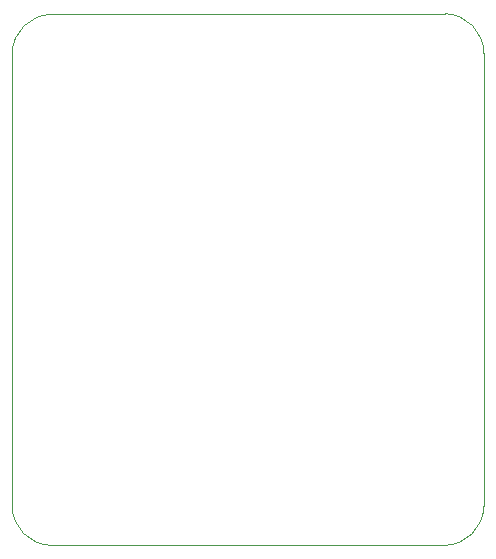
<source format=gm1>
G04 #@! TF.GenerationSoftware,KiCad,Pcbnew,(6.0.9)*
G04 #@! TF.CreationDate,2023-01-15T18:07:45+00:00*
G04 #@! TF.ProjectId,CanBus-Radio-VAG,43616e42-7573-42d5-9261-64696f2d5641,1.0*
G04 #@! TF.SameCoordinates,Original*
G04 #@! TF.FileFunction,Profile,NP*
%FSLAX46Y46*%
G04 Gerber Fmt 4.6, Leading zero omitted, Abs format (unit mm)*
G04 Created by KiCad (PCBNEW (6.0.9)) date 2023-01-15 18:07:45*
%MOMM*%
%LPD*%
G01*
G04 APERTURE LIST*
G04 #@! TA.AperFunction,Profile*
%ADD10C,0.050000*%
G04 #@! TD*
G04 APERTURE END LIST*
D10*
X106616500Y-94996000D02*
G75*
G03*
X109981401Y-91693989I0J3365500D01*
G01*
X70040500Y-91630500D02*
G75*
G03*
X73342511Y-94995401I3365500J0D01*
G01*
X109982000Y-53340000D02*
G75*
G03*
X106679989Y-49975099I-3365500J0D01*
G01*
X73406000Y-50038000D02*
G75*
G03*
X70041099Y-53340011I0J-3365500D01*
G01*
X70041099Y-53340011D02*
X70040500Y-91630500D01*
X106616500Y-94996000D02*
X73342511Y-94995401D01*
X109982000Y-53340000D02*
X109981401Y-91693989D01*
X73406000Y-50038000D02*
X106680000Y-49974500D01*
M02*

</source>
